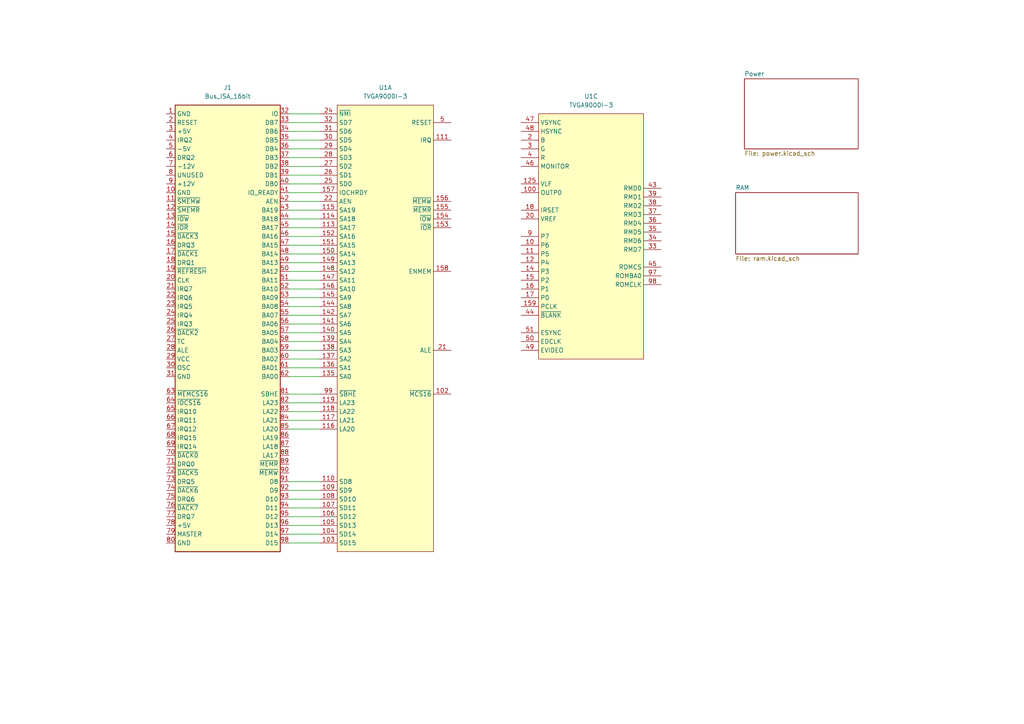
<source format=kicad_sch>
(kicad_sch (version 20231120) (generator "eeschema") (generator_version "8.0")
  (paper "A4")
  (lib_symbols
    (symbol "Connector:Bus_ISA_16bit"
      (property "Reference" "J" (at 0 67.945 0))
      (property "Value" "Bus_ISA_16bit" (at 0 -65.405 0))
      (symbol "Bus_ISA_16bit_0_1"
        (rectangle (start -15.24 -63.5) (end 15.24 66.04) (stroke (width 0.254)) (fill (type background)))
      )
      (symbol "Bus_ISA_16bit_1_1"
        (pin power_in line (at -17.78 63.5 0) (length 2.54) (name "GND") (number "1"))
        (pin power_in line (at -17.78 40.64 0) (length 2.54) (name "GND") (number "10"))
        (pin output line (at -17.78 38.1 0) (length 2.54) (name "~{SMEMW}") (number "11"))
        (pin output line (at -17.78 35.56 0) (length 2.54) (name "~{SMEMR}") (number "12"))
        (pin output line (at -17.78 33.02 0) (length 2.54) (name "~{IOW}") (number "13"))
        (pin output line (at -17.78 30.48 0) (length 2.54) (name "~{IOR}") (number "14"))
        (pin passive line (at -17.78 27.94 0) (length 2.54) (name "~{DACK3}") (number "15"))
        (pin passive line (at -17.78 25.4 0) (length 2.54) (name "DRQ3") (number "16"))
        (pin passive line (at -17.78 22.86 0) (length 2.54) (name "~{DACK1}") (number "17"))
        (pin passive line (at -17.78 20.32 0) (length 2.54) (name "DRQ1") (number "18"))
        (pin passive line (at -17.78 17.78 0) (length 2.54) (name "~{REFRESH}") (number "19"))
        (pin output line (at -17.78 60.96 0) (length 2.54) (name "RESET") (number "2"))
        (pin output line (at -17.78 15.24 0) (length 2.54) (name "CLK") (number "20"))
        (pin passive line (at -17.78 12.7 0) (length 2.54) (name "IRQ7") (number "21"))
        (pin passive line (at -17.78 10.16 0) (length 2.54) (name "IRQ6") (number "22"))
        (pin passive line (at -17.78 7.62 0) (length 2.54) (name "IRQ5") (number "23"))
        (pin passive line (at -17.78 5.08 0) (length 2.54) (name "IRQ4") (number "24"))
        (pin passive line (at -17.78 2.54 0) (length 2.54) (name "IRQ3") (number "25"))
        (pin passive line (at -17.78 0 0) (length 2.54) (name "~{DACK2}") (number "26"))
        (pin passive line (at -17.78 -2.54 0) (length 2.54) (name "TC") (number "27"))
        (pin output line (at -17.78 -5.08 0) (length 2.54) (name "ALE") (number "28"))
        (pin power_in line (at -17.78 -7.62 0) (length 2.54) (name "VCC") (number "29"))
        (pin power_in line (at -17.78 58.42 0) (length 2.54) (name "+5V") (number "3"))
        (pin output line (at -17.78 -10.16 0) (length 2.54) (name "OSC") (number "30"))
        (pin power_in line (at -17.78 -12.7 0) (length 2.54) (name "GND") (number "31"))
        (pin passive line (at 17.78 63.5 180) (length 2.54) (name "IO") (number "32"))
        (pin tri_state line (at 17.78 60.96 180) (length 2.54) (name "DB7") (number "33"))
        (pin tri_state line (at 17.78 58.42 180) (length 2.54) (name "DB6") (number "34"))
        (pin tri_state line (at 17.78 55.88 180) (length 2.54) (name "DB5") (number "35"))
        (pin tri_state line (at 17.78 53.34 180) (length 2.54) (name "DB4") (number "36"))
        (pin tri_state line (at 17.78 50.8 180) (length 2.54) (name "DB3") (number "37"))
        (pin tri_state line (at 17.78 48.26 180) (length 2.54) (name "DB2") (number "38"))
        (pin tri_state line (at 17.78 45.72 180) (length 2.54) (name "DB1") (number "39"))
        (pin passive line (at -17.78 55.88 0) (length 2.54) (name "IRQ2") (number "4"))
        (pin tri_state line (at 17.78 43.18 180) (length 2.54) (name "DB0") (number "40"))
        (pin passive line (at 17.78 40.64 180) (length 2.54) (name "IO_READY") (number "41"))
        (pin output line (at 17.78 38.1 180) (length 2.54) (name "AEN") (number "42"))
        (pin tri_state line (at 17.78 35.56 180) (length 2.54) (name "BA19") (number "43"))
        (pin tri_state line (at 17.78 33.02 180) (length 2.54) (name "BA18") (number "44"))
        (pin tri_state line (at 17.78 30.48 180) (length 2.54) (name "BA17") (number "45"))
        (pin tri_state line (at 17.78 27.94 180) (length 2.54) (name "BA16") (number "46"))
        (pin tri_state line (at 17.78 25.4 180) (length 2.54) (name "BA15") (number "47"))
        (pin tri_state line (at 17.78 22.86 180) (length 2.54) (name "BA14") (number "48"))
        (pin tri_state line (at 17.78 20.32 180) (length 2.54) (name "BA13") (number "49"))
        (pin power_in line (at -17.78 53.34 0) (length 2.54) (name "-5V") (number "5"))
        (pin tri_state line (at 17.78 17.78 180) (length 2.54) (name "BA12") (number "50"))
        (pin tri_state line (at 17.78 15.24 180) (length 2.54) (name "BA11") (number "51"))
        (pin tri_state line (at 17.78 12.7 180) (length 2.54) (name "BA10") (number "52"))
        (pin tri_state line (at 17.78 10.16 180) (length 2.54) (name "BA09") (number "53"))
        (pin tri_state line (at 17.78 7.62 180) (length 2.54) (name "BA08") (number "54"))
        (pin tri_state line (at 17.78 5.08 180) (length 2.54) (name "BA07") (number "55"))
        (pin tri_state line (at 17.78 2.54 180) (length 2.54) (name "BA06") (number "56"))
        (pin tri_state line (at 17.78 0 180) (length 2.54) (name "BA05") (number "57"))
        (pin tri_state line (at 17.78 -2.54 180) (length 2.54) (name "BA04") (number "58"))
        (pin tri_state line (at 17.78 -5.08 180) (length 2.54) (name "BA03") (number "59"))
        (pin passive line (at -17.78 50.8 0) (length 2.54) (name "DRQ2") (number "6"))
        (pin tri_state line (at 17.78 -7.62 180) (length 2.54) (name "BA02") (number "60"))
        (pin tri_state line (at 17.78 -10.16 180) (length 2.54) (name "BA01") (number "61"))
        (pin tri_state line (at 17.78 -12.7 180) (length 2.54) (name "BA00") (number "62"))
        (pin passive line (at -17.78 -17.78 0) (length 2.54) (name "~{MEMCS16}") (number "63"))
        (pin passive line (at -17.78 -20.32 0) (length 2.54) (name "~{IOCS16}") (number "64"))
        (pin passive line (at -17.78 -22.86 0) (length 2.54) (name "IRQ10") (number "65"))
        (pin passive line (at -17.78 -25.4 0) (length 2.54) (name "IRQ11") (number "66"))
        (pin passive line (at -17.78 -27.94 0) (length 2.54) (name "IRQ12") (number "67"))
        (pin passive line (at -17.78 -30.48 0) (length 2.54) (name "IRQ15") (number "68"))
        (pin passive line (at -17.78 -33.02 0) (length 2.54) (name "IRQ14") (number "69"))
        (pin power_in line (at -17.78 48.26 0) (length 2.54) (name "-12V") (number "7"))
        (pin output line (at -17.78 -35.56 0) (length 2.54) (name "~{DACK0}") (number "70"))
        (pin passive line (at -17.78 -38.1 0) (length 2.54) (name "DRQ0") (number "71"))
        (pin output line (at -17.78 -40.64 0) (length 2.54) (name "~{DACK5}") (number "72"))
        (pin passive line (at -17.78 -43.18 0) (length 2.54) (name "DRQ5") (number "73"))
        (pin output line (at -17.78 -45.72 0) (length 2.54) (name "~{DACK6}") (number "74"))
        (pin passive line (at -17.78 -48.26 0) (length 2.54) (name "DRQ6") (number "75"))
        (pin output line (at -17.78 -50.8 0) (length 2.54) (name "~{DACK7}") (number "76"))
        (pin passive line (at -17.78 -53.34 0) (length 2.54) (name "DRQ7") (number "77"))
        (pin power_in line (at -17.78 -55.88 0) (length 2.54) (name "+5V") (number "78"))
        (pin passive line (at -17.78 -58.42 0) (length 2.54) (name "MASTER") (number "79"))
        (pin passive line (at -17.78 45.72 0) (length 2.54) (name "UNUSED") (number "8"))
        (pin power_in line (at -17.78 -60.96 0) (length 2.54) (name "GND") (number "80"))
        (pin passive line (at 17.78 -17.78 180) (length 2.54) (name "SBHE") (number "81"))
        (pin passive line (at 17.78 -20.32 180) (length 2.54) (name "LA23") (number "82"))
        (pin passive line (at 17.78 -22.86 180) (length 2.54) (name "LA22") (number "83"))
        (pin passive line (at 17.78 -25.4 180) (length 2.54) (name "LA21") (number "84"))
        (pin passive line (at 17.78 -27.94 180) (length 2.54) (name "LA20") (number "85"))
        (pin passive line (at 17.78 -30.48 180) (length 2.54) (name "LA19") (number "86"))
        (pin passive line (at 17.78 -33.02 180) (length 2.54) (name "LA18") (number "87"))
        (pin passive line (at 17.78 -35.56 180) (length 2.54) (name "LA17") (number "88"))
        (pin output line (at 17.78 -38.1 180) (length 2.54) (name "~{MEMR}") (number "89"))
        (pin power_in line (at -17.78 43.18 0) (length 2.54) (name "+12V") (number "9"))
        (pin output line (at 17.78 -40.64 180) (length 2.54) (name "~{MEMW}") (number "90"))
        (pin tri_state line (at 17.78 -43.18 180) (length 2.54) (name "D8") (number "91"))
        (pin tri_state line (at 17.78 -45.72 180) (length 2.54) (name "D9") (number "92"))
        (pin tri_state line (at 17.78 -48.26 180) (length 2.54) (name "D10") (number "93"))
        (pin tri_state line (at 17.78 -50.8 180) (length 2.54) (name "D11") (number "94"))
        (pin tri_state line (at 17.78 -53.34 180) (length 2.54) (name "D12") (number "95"))
        (pin tri_state line (at 17.78 -55.88 180) (length 2.54) (name "D13") (number "96"))
        (pin tri_state line (at 17.78 -58.42 180) (length 2.54) (name "D14") (number "97"))
        (pin tri_state line (at 17.78 -60.96 180) (length 2.54) (name "D15") (number "98"))
      )
    )
    (symbol "pc-parts:TVGA9000i"
      (property "Reference" "U" (at 0 0 0))
      (property "Value" "TVGA9000I-3" (at 0 0 0))
      (symbol "TVGA9000i_1_0"
        (pin output line (at -19.05 -17.78 0) (length 5.08) (name "~{MCS16}") (number "102"))
        (pin bidirectional line (at 19.05 -60.96 180) (length 5.08) (name "SD15") (number "103"))
        (pin bidirectional line (at 19.05 -58.42 180) (length 5.08) (name "SD14") (number "104"))
        (pin bidirectional line (at 19.05 -55.88 180) (length 5.08) (name "SD13") (number "105"))
        (pin bidirectional line (at 19.05 -53.34 180) (length 5.08) (name "SD12") (number "106"))
        (pin bidirectional line (at 19.05 -50.8 180) (length 5.08) (name "SD11") (number "107"))
        (pin bidirectional line (at 19.05 -48.26 180) (length 5.08) (name "SD10") (number "108"))
        (pin bidirectional line (at 19.05 -45.72 180) (length 5.08) (name "SD9") (number "109"))
        (pin bidirectional line (at 19.05 -43.18 180) (length 5.08) (name "SD8") (number "110"))
        (pin output line (at -19.05 55.88 0) (length 5.08) (name "IRQ") (number "111"))
        (pin input line (at 19.05 30.48 180) (length 5.08) (name "SA17") (number "113"))
        (pin input line (at 19.05 33.02 180) (length 5.08) (name "SA18") (number "114"))
        (pin input line (at 19.05 35.56 180) (length 5.08) (name "SA19") (number "115"))
        (pin input line (at 19.05 -27.94 180) (length 5.08) (name "LA20") (number "116"))
        (pin input line (at 19.05 -25.4 180) (length 5.08) (name "LA21") (number "117"))
        (pin input line (at 19.05 -22.86 180) (length 5.08) (name "LA22") (number "118"))
        (pin input line (at 19.05 -20.32 180) (length 5.08) (name "LA23") (number "119"))
        (pin bidirectional line (at 19.05 -12.7 180) (length 5.08) (name "SA0") (number "135"))
        (pin bidirectional line (at 19.05 -10.16 180) (length 5.08) (name "SA1") (number "136"))
        (pin bidirectional line (at 19.05 -7.62 180) (length 5.08) (name "SA2") (number "137"))
        (pin bidirectional line (at 19.05 -5.08 180) (length 5.08) (name "SA3") (number "138"))
        (pin bidirectional line (at 19.05 -2.54 180) (length 5.08) (name "SA4") (number "139"))
        (pin bidirectional line (at 19.05 0 180) (length 5.08) (name "SA5") (number "140"))
        (pin bidirectional line (at 19.05 2.54 180) (length 5.08) (name "SA6") (number "141"))
        (pin bidirectional line (at 19.05 5.08 180) (length 5.08) (name "SA7") (number "142"))
        (pin bidirectional line (at 19.05 7.62 180) (length 5.08) (name "SA8") (number "144"))
        (pin bidirectional line (at 19.05 10.16 180) (length 5.08) (name "SA9") (number "145"))
        (pin bidirectional line (at 19.05 12.7 180) (length 5.08) (name "SA10") (number "146"))
        (pin bidirectional line (at 19.05 15.24 180) (length 5.08) (name "SA11") (number "147"))
        (pin bidirectional line (at 19.05 17.78 180) (length 5.08) (name "SA12") (number "148"))
        (pin bidirectional line (at 19.05 20.32 180) (length 5.08) (name "SA13") (number "149"))
        (pin bidirectional line (at 19.05 22.86 180) (length 5.08) (name "SA14") (number "150"))
        (pin bidirectional line (at 19.05 25.4 180) (length 5.08) (name "SA15") (number "151"))
        (pin bidirectional line (at 19.05 27.94 180) (length 5.08) (name "SA16") (number "152"))
        (pin input line (at -19.05 30.48 0) (length 5.08) (name "~{IOR}") (number "153"))
        (pin input line (at -19.05 33.02 0) (length 5.08) (name "~{IOW}") (number "154"))
        (pin input line (at -19.05 35.56 0) (length 5.08) (name "~{MEMR}") (number "155"))
        (pin input line (at -19.05 38.1 0) (length 5.08) (name "~{MEMW}") (number "156"))
        (pin output line (at 19.05 40.64 180) (length 5.08) (name "IOCHRDY") (number "157"))
        (pin input line (at -19.05 17.78 0) (length 5.08) (name "ENMEM") (number "158"))
        (pin input line (at -19.05 -5.08 0) (length 5.08) (name "ALE") (number "21"))
        (pin input line (at 19.05 38.1 180) (length 5.08) (name "AEN") (number "22"))
        (pin output line (at 19.05 63.5 180) (length 5.08) (name "~{NMI}") (number "24"))
        (pin bidirectional line (at 19.05 43.18 180) (length 5.08) (name "SD0") (number "25"))
        (pin bidirectional line (at 19.05 45.72 180) (length 5.08) (name "SD1") (number "26"))
        (pin bidirectional line (at 19.05 48.26 180) (length 5.08) (name "SD2") (number "27"))
        (pin bidirectional line (at 19.05 50.8 180) (length 5.08) (name "SD3") (number "28"))
        (pin bidirectional line (at 19.05 53.34 180) (length 5.08) (name "SD4") (number "29"))
        (pin bidirectional line (at 19.05 55.88 180) (length 5.08) (name "SD5") (number "30"))
        (pin bidirectional line (at 19.05 58.42 180) (length 5.08) (name "SD6") (number "31"))
        (pin bidirectional line (at 19.05 60.96 180) (length 5.08) (name "SD7") (number "32"))
        (pin input line (at -19.05 60.96 0) (length 5.08) (name "RESET") (number "5"))
        (pin input line (at 19.05 -17.78 180) (length 5.08) (name "~{SBHE}") (number "99"))
      )
      (symbol "TVGA9000i_1_1"
        (rectangle (start -13.97 66.04) (end 13.97 -63.5) (fill (type background)))
      )
      (symbol "TVGA9000i_2_0"
        (pin bidirectional line (at 20.32 -26.67 180) (length 5.08) (name "DMCLK") (number "129"))
        (pin output line (at -20.32 -1.27 0) (length 5.08) (name "MAA0") (number "52"))
        (pin output line (at -20.32 1.27 0) (length 5.08) (name "MAA1") (number "53"))
        (pin output line (at -20.32 3.81 0) (length 5.08) (name "MAA2") (number "54"))
        (pin output line (at -20.32 6.35 0) (length 5.08) (name "MAA3") (number "55"))
        (pin output line (at -20.32 8.89 0) (length 5.08) (name "MAA4") (number "56"))
        (pin output line (at -20.32 11.43 0) (length 5.08) (name "MAA5") (number "57"))
        (pin output line (at -20.32 13.97 0) (length 5.08) (name "MAA6") (number "59"))
        (pin output line (at -20.32 16.51 0) (length 5.08) (name "MAA7") (number "60"))
        (pin output line (at -20.32 19.05 0) (length 5.08) (name "MAA8") (number "61"))
        (pin bidirectional line (at 20.32 -21.59 180) (length 5.08) (name "MD0") (number "64"))
        (pin bidirectional line (at 20.32 -19.05 180) (length 5.08) (name "MD1") (number "65"))
        (pin bidirectional line (at 20.32 -16.51 180) (length 5.08) (name "MD2") (number "66"))
        (pin bidirectional line (at 20.32 -13.97 180) (length 5.08) (name "MD3") (number "67"))
        (pin bidirectional line (at 20.32 -11.43 180) (length 5.08) (name "MD4") (number "68"))
        (pin bidirectional line (at 20.32 -8.89 180) (length 5.08) (name "MD5") (number "70"))
        (pin bidirectional line (at 20.32 -6.35 180) (length 5.08) (name "MD6") (number "71"))
        (pin bidirectional line (at 20.32 -3.81 180) (length 5.08) (name "MD7") (number "72"))
        (pin output line (at -20.32 -26.67 0) (length 5.08) (name "MAB0") (number "73"))
        (pin output line (at -20.32 -24.13 0) (length 5.08) (name "MAB1") (number "74"))
        (pin output line (at -20.32 -21.59 0) (length 5.08) (name "MAB2") (number "75"))
        (pin output line (at -20.32 -19.05 0) (length 5.08) (name "MAB3") (number "76"))
        (pin output line (at -20.32 -16.51 0) (length 5.08) (name "MAB4") (number "77"))
        (pin output line (at -20.32 -13.97 0) (length 5.08) (name "MAB5") (number "78"))
        (pin output line (at -20.32 -11.43 0) (length 5.08) (name "MAB6") (number "82"))
        (pin output line (at -20.32 -8.89 0) (length 5.08) (name "MAB7") (number "83"))
        (pin output line (at -20.32 -6.35 0) (length 5.08) (name "MAB8") (number "84"))
        (pin output line (at -20.32 26.67 0) (length 5.08) (name "~{CAS}") (number "85"))
        (pin output line (at -20.32 24.13 0) (length 5.08) (name "~{RAS}") (number "86"))
        (pin output line (at 20.32 26.67 180) (length 5.08) (name "~{WE2}") (number "87"))
        (pin output line (at 20.32 24.13 180) (length 5.08) (name "~{WE0}") (number "88"))
        (pin bidirectional line (at 20.32 1.27 180) (length 5.08) (name "MD16") (number "89"))
        (pin bidirectional line (at 20.32 3.81 180) (length 5.08) (name "MD17") (number "90"))
        (pin bidirectional line (at 20.32 6.35 180) (length 5.08) (name "MD18") (number "91"))
        (pin bidirectional line (at 20.32 8.89 180) (length 5.08) (name "MD19") (number "92"))
        (pin bidirectional line (at 20.32 11.43 180) (length 5.08) (name "MD20") (number "93"))
        (pin bidirectional line (at 20.32 13.97 180) (length 5.08) (name "MD21") (number "94"))
        (pin bidirectional line (at 20.32 16.51 180) (length 5.08) (name "MD22") (number "95"))
        (pin bidirectional line (at 20.32 19.05 180) (length 5.08) (name "MD23") (number "96"))
      )
      (symbol "TVGA9000i_2_1"
        (rectangle (start -15.24 30.48) (end 15.24 -30.48) (fill (type background)))
      )
      (symbol "TVGA9000i_3_0"
        (pin bidirectional line (at 20.32 -2.54 180) (length 5.08) (name "P6") (number "10"))
        (pin output line (at 20.32 12.7 180) (length 5.08) (name "OUTP0") (number "100"))
        (pin bidirectional line (at 20.32 -5.08 180) (length 5.08) (name "P5") (number "11"))
        (pin bidirectional line (at 20.32 -7.62 180) (length 5.08) (name "P4") (number "12"))
        (pin output line (at 20.32 15.24 180) (length 5.08) (name "VLF") (number "125"))
        (pin bidirectional line (at 20.32 -10.16 180) (length 5.08) (name "P3") (number "14"))
        (pin bidirectional line (at 20.32 -12.7 180) (length 5.08) (name "P2") (number "15"))
        (pin bidirectional line (at 20.32 -20.32 180) (length 5.08) (name "PCLK") (number "159"))
        (pin bidirectional line (at 20.32 -15.24 180) (length 5.08) (name "P1") (number "16"))
        (pin bidirectional line (at 20.32 -17.78 180) (length 5.08) (name "P0") (number "17"))
        (pin input line (at 20.32 7.62 180) (length 5.08) (name "IRSET") (number "18"))
        (pin output line (at 20.32 27.94 180) (length 5.08) (name "B") (number "2"))
        (pin input line (at 20.32 5.08 180) (length 5.08) (name "VREF") (number "20"))
        (pin output line (at 20.32 25.4 180) (length 5.08) (name "G") (number "3"))
        (pin bidirectional line (at -20.32 -3.81 0) (length 5.08) (name "RMD7") (number "33"))
        (pin bidirectional line (at -20.32 -1.27 0) (length 5.08) (name "RMD6") (number "34"))
        (pin bidirectional line (at -20.32 1.27 0) (length 5.08) (name "RMD5") (number "35"))
        (pin bidirectional line (at -20.32 3.81 0) (length 5.08) (name "RMD4") (number "36"))
        (pin bidirectional line (at -20.32 6.35 0) (length 5.08) (name "RMD3") (number "37"))
        (pin bidirectional line (at -20.32 8.89 0) (length 5.08) (name "RMD2") (number "38"))
        (pin bidirectional line (at -20.32 11.43 0) (length 5.08) (name "RMD1") (number "39"))
        (pin output line (at 20.32 22.86 180) (length 5.08) (name "R") (number "4"))
        (pin bidirectional line (at -20.32 13.97 0) (length 5.08) (name "RMD0") (number "43"))
        (pin bidirectional line (at 20.32 -22.86 180) (length 5.08) (name "~{BLANK}") (number "44"))
        (pin output line (at -20.32 -8.89 0) (length 5.08) (name "ROMCS") (number "45"))
        (pin input line (at 20.32 20.32 180) (length 5.08) (name "MONITOR") (number "46"))
        (pin output line (at 20.32 33.02 180) (length 5.08) (name "VSYNC") (number "47"))
        (pin output line (at 20.32 30.48 180) (length 5.08) (name "HSYNC") (number "48"))
        (pin input line (at 20.32 -33.02 180) (length 5.08) (name "EVIDEO") (number "49"))
        (pin input line (at 20.32 -30.48 180) (length 5.08) (name "EDCLK") (number "50"))
        (pin input line (at 20.32 -27.94 180) (length 5.08) (name "ESYNC") (number "51"))
        (pin bidirectional line (at 20.32 0 180) (length 5.08) (name "P7") (number "9"))
        (pin output line (at -20.32 -11.43 0) (length 5.08) (name "ROMBA0") (number "97"))
        (pin output line (at -20.32 -13.97 0) (length 5.08) (name "ROMCLK") (number "98"))
      )
      (symbol "TVGA9000i_3_1"
        (rectangle (start -15.24 35.56) (end 15.24 -35.56) (fill (type background)))
      )
      (symbol "TVGA9000i_4_0"
        (pin power_in line (at -17.78 -20.32 90) (length 5.08) (name "AVSS2") (number "1"))
        (pin power_in line (at 10.16 -20.32 90) (length 5.08) (name "VSS") (number "101"))
        (pin no_connect line (at 30.48 1.27 180) (length 5.08) (name "RESERVED") (number "112"))
        (pin power_in line (at 2.54 20.32 270) (length 5.08) (name "VDD") (number "120"))
        (pin power_in line (at 12.7 -20.32 90) (length 5.08) (name "VSS") (number "121"))
        (pin power_in line (at 15.24 -20.32 90) (length 5.08) (name "VSS") (number "122"))
        (pin no_connect line (at 30.48 -1.27 180) (length 5.08) (name "RESERVED") (number "123"))
        (pin power_in line (at -17.78 20.32 270) (length 5.08) (name "AVDD1") (number "124"))
        (pin power_in line (at -20.32 -20.32 90) (length 5.08) (name "AVSS1") (number "126"))
        (pin no_connect line (at 30.48 -3.81 180) (length 5.08) (name "RESERVED") (number "127"))
        (pin power_in line (at -12.7 -20.32 90) (length 5.08) (name "DVSS1") (number "128"))
        (pin power_in line (at -15.24 20.32 270) (length 5.08) (name "AVDD2") (number "13"))
        (pin power_in line (at -7.62 20.32 270) (length 5.08) (name "DVDD1") (number "130"))
        (pin output line (at -30.48 1.27 0) (length 5.08) (name "XTL1") (number "131"))
        (pin output line (at 30.48 6.35 180) (length 5.08) (name "MLF(RES)") (number "132"))
        (pin input line (at -30.48 -1.27 0) (length 5.08) (name "XTL2") (number "133"))
        (pin power_in line (at 0 20.32 270) (length 5.08) (name "VDD") (number "134"))
        (pin power_in line (at 17.78 -20.32 90) (length 5.08) (name "VSS") (number "143"))
        (pin power_in line (at 20.32 -20.32 90) (length 5.08) (name "VSS") (number "160"))
        (pin power_in line (at 15.24 20.32 270) (length 5.08) (name "VDD") (number "19"))
        (pin power_in line (at -5.08 -20.32 90) (length 5.08) (name "VSS") (number "23"))
        (pin power_in line (at 12.7 20.32 270) (length 5.08) (name "VDD") (number "40"))
        (pin power_in line (at -2.54 -20.32 90) (length 5.08) (name "VSS") (number "41"))
        (pin power_in line (at 0 -20.32 90) (length 5.08) (name "VSS") (number "42"))
        (pin power_in line (at 2.54 -20.32 90) (length 5.08) (name "VSS") (number "58"))
        (pin power_in line (at -12.7 20.32 270) (length 5.08) (name "AVDD2") (number "6"))
        (pin power_in line (at 10.16 20.32 270) (length 5.08) (name "VDD") (number "62"))
        (pin no_connect line (at 30.48 -6.35 180) (length 5.08) (name "MCA_RESERVED") (number "63"))
        (pin power_in line (at 7.62 20.32 270) (length 5.08) (name "VDD") (number "69"))
        (pin power_in line (at -10.16 -20.32 90) (length 5.08) (name "DVSS2") (number "7"))
        (pin power_in line (at 5.08 -20.32 90) (length 5.08) (name "VSS") (number "79"))
        (pin power_in line (at -5.08 20.32 270) (length 5.08) (name "DVDD2") (number "8"))
        (pin power_in line (at 7.62 -20.32 90) (length 5.08) (name "VSS") (number "80"))
        (pin power_in line (at 5.08 20.32 270) (length 5.08) (name "VDD") (number "81"))
      )
      (symbol "TVGA9000i_4_1"
        (rectangle (start -25.4 15.24) (end 25.4 -15.24) (fill (type background)))
      )
    )
  )
  (wire (pts (xy 83.82 116.84) (xy 92.71 116.84)))
  (wire (pts (xy 83.82 101.6) (xy 92.71 101.6)))
  (wire (pts (xy 83.82 71.12) (xy 92.71 71.12)))
  (wire (pts (xy 83.82 154.94) (xy 92.71 154.94)))
  (wire (pts (xy 83.82 147.32) (xy 92.71 147.32)))
  (wire (pts (xy 83.82 45.72) (xy 92.71 45.72)))
  (wire (pts (xy 83.82 104.14) (xy 92.71 104.14)))
  (wire (pts (xy 83.82 43.18) (xy 92.71 43.18)))
  (wire (pts (xy 83.82 60.96) (xy 92.71 60.96)))
  (wire (pts (xy 83.82 139.7) (xy 92.71 139.7)))
  (wire (pts (xy 83.82 40.64) (xy 92.71 40.64)))
  (wire (pts (xy 83.82 53.34) (xy 92.71 53.34)))
  (wire (pts (xy 83.82 55.88) (xy 92.71 55.88)))
  (wire (pts (xy 83.82 157.48) (xy 92.71 157.48)))
  (wire (pts (xy 83.82 119.38) (xy 92.71 119.38)))
  (wire (pts (xy 83.82 114.3) (xy 92.71 114.3)))
  (wire (pts (xy 83.82 81.28) (xy 92.71 81.28)))
  (wire (pts (xy 83.82 38.1) (xy 92.71 38.1)))
  (wire (pts (xy 83.82 142.24) (xy 92.71 142.24)))
  (wire (pts (xy 83.82 106.68) (xy 92.71 106.68)))
  (wire (pts (xy 83.82 91.44) (xy 92.71 91.44)))
  (wire (pts (xy 83.82 33.02) (xy 92.71 33.02)))
  (wire (pts (xy 83.82 35.56) (xy 92.71 35.56)))
  (wire (pts (xy 83.82 76.2) (xy 92.71 76.2)))
  (wire (pts (xy 83.82 121.92) (xy 92.71 121.92)))
  (wire (pts (xy 83.82 66.04) (xy 92.71 66.04)))
  (wire (pts (xy 83.82 68.58) (xy 92.71 68.58)))
  (wire (pts (xy 83.82 152.4) (xy 92.71 152.4)))
  (wire (pts (xy 83.82 58.42) (xy 92.71 58.42)))
  (wire (pts (xy 83.82 73.66) (xy 92.71 73.66)))
  (wire (pts (xy 83.82 144.78) (xy 92.71 144.78)))
  (wire (pts (xy 83.82 93.98) (xy 92.71 93.98)))
  (wire (pts (xy 83.82 149.86) (xy 92.71 149.86)))
  (wire (pts (xy 83.82 63.5) (xy 92.71 63.5)))
  (wire (pts (xy 83.82 124.46) (xy 92.71 124.46)))
  (wire (pts (xy 83.82 48.26) (xy 92.71 48.26)))
  (wire (pts (xy 83.82 99.06) (xy 92.71 99.06)))
  (wire (pts (xy 83.82 109.22) (xy 92.71 109.22)))
  (wire (pts (xy 83.82 86.36) (xy 92.71 86.36)))
  (wire (pts (xy 83.82 88.9) (xy 92.71 88.9)))
  (wire (pts (xy 83.82 78.74) (xy 92.71 78.74)))
  (wire (pts (xy 83.82 83.82) (xy 92.71 83.82)))
  (wire (pts (xy 83.82 50.8) (xy 92.71 50.8)))
  (wire (pts (xy 83.82 96.52) (xy 92.71 96.52)))
  (symbol (lib_id "Connector:Bus_ISA_16bit") (at 66.04 96.52 0) (unit 1)
    (property "Reference" "J1" (at 66.04 25.4 0))
    (property "Value" "Bus_ISA_16bit" (at 66.04 27.94 0))
    (property "Footprint" "Connector_PCBEdge:BUS_AT" (effects (hide yes)))
    (property "Datasheet" "https://en.wikipedia.org/wiki/Industry_Standard_Architecture" (effects (hide yes)))
    (property "Description" "16-bit ISA-AT bus connector" (effects (hide yes)))
  )
  (symbol (lib_id "pc-parts:TVGA9000i") (at 111.76 96.52 0) (mirror y) (unit 1)
    (property "Reference" "U1" (at 111.76 25.4 0))
    (property "Value" "TVGA9000I-3" (at 111.76 27.94 0))
    (property "Footprint" "Package_QFP:PQFP-160_28x28mm_P0.65mm" (effects (hide yes)))
  )
  (symbol (lib_id "pc-parts:TVGA9000i") (at 171.45 68.58 0) (mirror y) (unit 3)
    (property "Reference" "U1" (at 171.45 27.94 0))
    (property "Value" "TVGA9000I-3" (at 171.45 30.48 0))
    (property "Footprint" "Package_QFP:PQFP-160_28x28mm_P0.65mm" (effects (hide yes)))
  )
  (sheet (at 213.36 55.88) (size 35.56 17.78) (stroke (width 0.1524))
    (property "Sheetname" "RAM" (at 213.36 55.1684 0) (effects (justify left bottom)))
    (property "Sheetfile" "ram.kicad_sch" (at 213.36 74.2446 0) (effects (justify left top)))
  )
  (sheet (at 215.9 22.86) (size 33.02 20.32) (stroke (width 0.1524))
    (property "Sheetname" "Power" (at 215.9 22.1484 0) (effects (justify left bottom)))
    (property "Sheetfile" "power.kicad_sch" (at 215.9 43.7646 0) (effects (justify left top)))
  )
)
</source>
